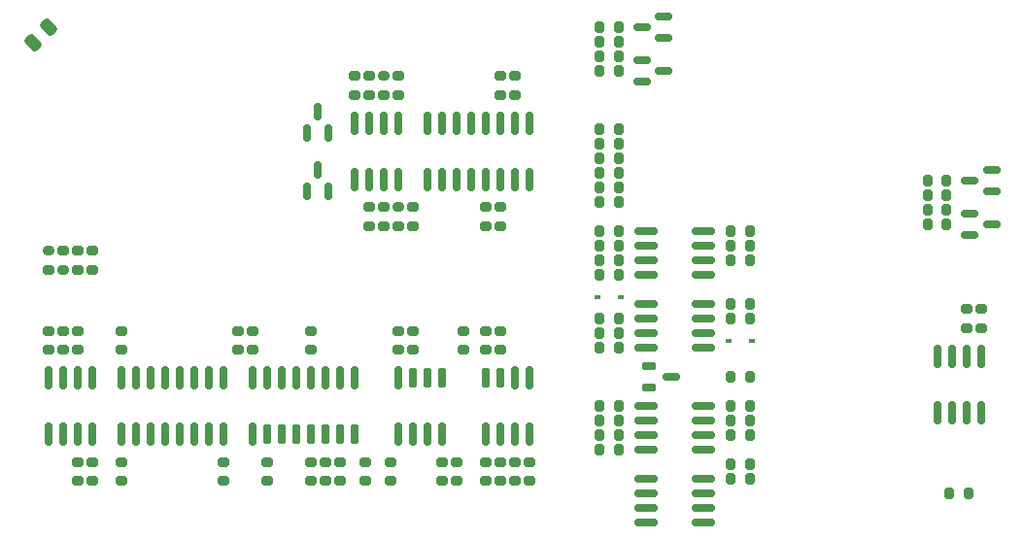
<source format=gbr>
%TF.GenerationSoftware,KiCad,Pcbnew,(6.0.0)*%
%TF.CreationDate,2022-04-27T01:02:19+05:30*%
%TF.ProjectId,Multislope 3I,4d756c74-6973-46c6-9f70-652033492e6b,rev?*%
%TF.SameCoordinates,Original*%
%TF.FileFunction,Paste,Top*%
%TF.FilePolarity,Positive*%
%FSLAX46Y46*%
G04 Gerber Fmt 4.6, Leading zero omitted, Abs format (unit mm)*
G04 Created by KiCad (PCBNEW (6.0.0)) date 2022-04-27 01:02:19*
%MOMM*%
%LPD*%
G01*
G04 APERTURE LIST*
G04 Aperture macros list*
%AMRoundRect*
0 Rectangle with rounded corners*
0 $1 Rounding radius*
0 $2 $3 $4 $5 $6 $7 $8 $9 X,Y pos of 4 corners*
0 Add a 4 corners polygon primitive as box body*
4,1,4,$2,$3,$4,$5,$6,$7,$8,$9,$2,$3,0*
0 Add four circle primitives for the rounded corners*
1,1,$1+$1,$2,$3*
1,1,$1+$1,$4,$5*
1,1,$1+$1,$6,$7*
1,1,$1+$1,$8,$9*
0 Add four rect primitives between the rounded corners*
20,1,$1+$1,$2,$3,$4,$5,0*
20,1,$1+$1,$4,$5,$6,$7,0*
20,1,$1+$1,$6,$7,$8,$9,0*
20,1,$1+$1,$8,$9,$2,$3,0*%
G04 Aperture macros list end*
%ADD10RoundRect,0.200000X0.200000X0.275000X-0.200000X0.275000X-0.200000X-0.275000X0.200000X-0.275000X0*%
%ADD11RoundRect,0.200000X0.275000X0.200000X-0.275000X0.200000X-0.275000X-0.200000X0.275000X-0.200000X0*%
%ADD12RoundRect,0.251969X0.223031X0.148031X-0.223031X0.148031X-0.223031X-0.148031X0.223031X-0.148031X0*%
%ADD13RoundRect,0.200000X-0.200000X-0.275000X0.200000X-0.275000X0.200000X0.275000X-0.200000X0.275000X0*%
%ADD14RoundRect,0.150000X0.150000X-0.825000X0.150000X0.825000X-0.150000X0.825000X-0.150000X-0.825000X0*%
%ADD15RoundRect,0.200000X0.275000X-0.200000X0.275000X0.200000X-0.275000X0.200000X-0.275000X-0.200000X0*%
%ADD16RoundRect,0.200000X-0.275000X0.200000X-0.275000X-0.200000X0.275000X-0.200000X0.275000X0.200000X0*%
%ADD17RoundRect,0.150000X0.587500X0.150000X-0.587500X0.150000X-0.587500X-0.150000X0.587500X-0.150000X0*%
%ADD18RoundRect,0.200000X-0.275000X-0.200000X0.275000X-0.200000X0.275000X0.200000X-0.275000X0.200000X0*%
%ADD19RoundRect,0.251969X-0.223031X-0.148031X0.223031X-0.148031X0.223031X0.148031X-0.223031X0.148031X0*%
%ADD20RoundRect,0.150000X0.150000X-0.725000X0.150000X0.725000X-0.150000X0.725000X-0.150000X-0.725000X0*%
%ADD21R,0.600000X0.450000*%
%ADD22RoundRect,0.150000X-0.150000X0.825000X-0.150000X-0.825000X0.150000X-0.825000X0.150000X0.825000X0*%
%ADD23RoundRect,0.150000X-0.150000X0.725000X-0.150000X-0.725000X0.150000X-0.725000X0.150000X0.725000X0*%
%ADD24RoundRect,0.250000X-0.159099X0.512652X-0.512652X0.159099X0.159099X-0.512652X0.512652X-0.159099X0*%
%ADD25RoundRect,0.150000X0.150000X-0.587500X0.150000X0.587500X-0.150000X0.587500X-0.150000X-0.587500X0*%
%ADD26RoundRect,0.150000X-0.587500X-0.150000X0.587500X-0.150000X0.587500X0.150000X-0.587500X0.150000X0*%
%ADD27RoundRect,0.150000X-0.825000X-0.150000X0.825000X-0.150000X0.825000X0.150000X-0.825000X0.150000X0*%
%ADD28RoundRect,0.150000X-0.475000X-0.150000X0.475000X-0.150000X0.475000X0.150000X-0.475000X0.150000X0*%
G04 APERTURE END LIST*
D10*
%TO.C,C26*%
X178625000Y-118745000D03*
X176975000Y-118745000D03*
%TD*%
D11*
%TO.C,R7*%
X99695000Y-97600000D03*
D12*
X99695000Y-99250000D03*
%TD*%
D10*
%TO.C,R47*%
X159575000Y-113665000D03*
X157925000Y-113665000D03*
%TD*%
D13*
%TO.C,R29*%
X146495000Y-93345000D03*
X148145000Y-93345000D03*
%TD*%
D14*
%TO.C,RN1*%
X104775000Y-113600000D03*
X106045000Y-113600000D03*
X107315000Y-113600000D03*
X108585000Y-113600000D03*
X109855000Y-113600000D03*
X111125000Y-113600000D03*
X112395000Y-113600000D03*
X113665000Y-113600000D03*
X113665000Y-108650000D03*
X112395000Y-108650000D03*
X111125000Y-108650000D03*
X109855000Y-108650000D03*
X108585000Y-108650000D03*
X107315000Y-108650000D03*
X106045000Y-108650000D03*
X104775000Y-108650000D03*
%TD*%
D15*
%TO.C,C5*%
X139065000Y-117665000D03*
X139065000Y-116015000D03*
%TD*%
D13*
%TO.C,R38*%
X146495000Y-104775000D03*
X148145000Y-104775000D03*
%TD*%
D16*
%TO.C,R21*%
X126365000Y-82360000D03*
X126365000Y-84010000D03*
%TD*%
D10*
%TO.C,C21*%
X148145000Y-114935000D03*
X146495000Y-114935000D03*
%TD*%
%TO.C,R43*%
X148145000Y-81915000D03*
X146495000Y-81915000D03*
%TD*%
D16*
%TO.C,R24*%
X127635000Y-93790000D03*
X127635000Y-95440000D03*
%TD*%
D13*
%TO.C,C27*%
X175070000Y-91440000D03*
X176720000Y-91440000D03*
%TD*%
D16*
%TO.C,C1*%
X98425000Y-104585000D03*
X98425000Y-106235000D03*
%TD*%
D10*
%TO.C,R50*%
X176720000Y-92710000D03*
X175070000Y-92710000D03*
%TD*%
D13*
%TO.C,R42*%
X146495000Y-80645000D03*
X148145000Y-80645000D03*
%TD*%
D15*
%TO.C,R22*%
X125095000Y-84010000D03*
X125095000Y-82360000D03*
%TD*%
D17*
%TO.C,Q1*%
X152067500Y-79055000D03*
X152067500Y-77155000D03*
X150192500Y-78105000D03*
%TD*%
D13*
%TO.C,R34*%
X146495000Y-95885000D03*
X148145000Y-95885000D03*
%TD*%
D16*
%TO.C,R4*%
X113665000Y-116015000D03*
X113665000Y-117665000D03*
%TD*%
D13*
%TO.C,R44*%
X146495000Y-112395000D03*
X148145000Y-112395000D03*
%TD*%
D16*
%TO.C,R12*%
X140335000Y-116015000D03*
X140335000Y-117665000D03*
%TD*%
%TO.C,FB4*%
X117475000Y-116015000D03*
X117475000Y-117665000D03*
%TD*%
%TO.C,R16*%
X126047500Y-116015000D03*
X126047500Y-117665000D03*
%TD*%
%TO.C,C17*%
X130175000Y-93790000D03*
X130175000Y-95440000D03*
%TD*%
%TO.C,R17*%
X137795000Y-116015000D03*
X137795000Y-117665000D03*
%TD*%
D10*
%TO.C,R41*%
X148145000Y-79375000D03*
X146495000Y-79375000D03*
%TD*%
D15*
%TO.C,R2*%
X99695000Y-106235000D03*
X99695000Y-104585000D03*
%TD*%
D10*
%TO.C,C14*%
X159575000Y-95885000D03*
X157925000Y-95885000D03*
%TD*%
D15*
%TO.C,C12*%
X137795000Y-84010000D03*
X137795000Y-82360000D03*
%TD*%
D18*
%TO.C,R20*%
X128905000Y-95440000D03*
D19*
X128905000Y-93790000D03*
%TD*%
D15*
%TO.C,C11*%
X136525000Y-95440000D03*
X136525000Y-93790000D03*
%TD*%
D14*
%TO.C,U3*%
X116205000Y-113600000D03*
D20*
X117475000Y-113600000D03*
X118745000Y-113600000D03*
X120015000Y-113600000D03*
X121285000Y-113600000D03*
X122555000Y-113600000D03*
X123825000Y-113600000D03*
X125095000Y-113600000D03*
D14*
X125095000Y-108650000D03*
X123825000Y-108650000D03*
X122555000Y-108650000D03*
X121285000Y-108650000D03*
X120015000Y-108650000D03*
X118745000Y-108650000D03*
X117475000Y-108650000D03*
X116205000Y-108650000D03*
%TD*%
D16*
%TO.C,R8*%
X100965000Y-104585000D03*
X100965000Y-106235000D03*
%TD*%
%TO.C,C4*%
X102235000Y-116015000D03*
X102235000Y-117665000D03*
%TD*%
%TO.C,C7*%
X130175000Y-104585000D03*
X130175000Y-106235000D03*
%TD*%
%TO.C,R26*%
X139065000Y-82360000D03*
X139065000Y-84010000D03*
%TD*%
D13*
%TO.C,R28*%
X146495000Y-92075000D03*
X148145000Y-92075000D03*
%TD*%
%TO.C,R31*%
X146495000Y-89535000D03*
X148145000Y-89535000D03*
%TD*%
%TO.C,R30*%
X146495000Y-86995000D03*
X148145000Y-86995000D03*
%TD*%
D15*
%TO.C,R5*%
X100965000Y-99250000D03*
X100965000Y-97600000D03*
%TD*%
D21*
%TO.C,D2*%
X157700000Y-105410000D03*
X159800000Y-105410000D03*
%TD*%
D16*
%TO.C,FB2*%
X121285000Y-116015000D03*
X121285000Y-117665000D03*
%TD*%
D22*
%TO.C,U4*%
X140335000Y-108650000D03*
X139065000Y-108650000D03*
D23*
X137795000Y-108650000D03*
X136525000Y-108650000D03*
D22*
X136525000Y-113600000D03*
X137795000Y-113600000D03*
X139065000Y-113600000D03*
X140335000Y-113600000D03*
%TD*%
D16*
%TO.C,C25*%
X179705000Y-102680000D03*
X179705000Y-104330000D03*
%TD*%
D24*
%TO.C,C24*%
X98461751Y-78068249D03*
X97118249Y-79411751D03*
%TD*%
D16*
%TO.C,C8*%
X132715000Y-116015000D03*
X132715000Y-117665000D03*
%TD*%
D13*
%TO.C,C22*%
X146495000Y-78105000D03*
X148145000Y-78105000D03*
%TD*%
D15*
%TO.C,C6*%
X136525000Y-106235000D03*
X136525000Y-104585000D03*
%TD*%
D10*
%TO.C,C20*%
X159575000Y-112395000D03*
X157925000Y-112395000D03*
%TD*%
D13*
%TO.C,R36*%
X146495000Y-103505000D03*
X148145000Y-103505000D03*
%TD*%
D16*
%TO.C,R13*%
X137795000Y-104585000D03*
X137795000Y-106235000D03*
%TD*%
D13*
%TO.C,R9*%
X157925000Y-97155000D03*
X159575000Y-97155000D03*
%TD*%
D17*
%TO.C,Q2*%
X180642500Y-92390000D03*
X180642500Y-90490000D03*
X178767500Y-91440000D03*
%TD*%
D25*
%TO.C,U7*%
X120970000Y-87297500D03*
X122870000Y-87297500D03*
X121920000Y-85422500D03*
%TD*%
D14*
%TO.C,U6*%
X125095000Y-91375000D03*
X126365000Y-91375000D03*
X127635000Y-91375000D03*
X128905000Y-91375000D03*
X128905000Y-86425000D03*
X127635000Y-86425000D03*
X126365000Y-86425000D03*
X125095000Y-86425000D03*
%TD*%
D16*
%TO.C,C13*%
X116205000Y-104585000D03*
X116205000Y-106235000D03*
%TD*%
D15*
%TO.C,R49*%
X178435000Y-104330000D03*
X178435000Y-102680000D03*
%TD*%
D13*
%TO.C,R37*%
X157925000Y-102235000D03*
X159575000Y-102235000D03*
%TD*%
D22*
%TO.C,U9*%
X140335000Y-86425000D03*
X139065000Y-86425000D03*
X137795000Y-86425000D03*
X136525000Y-86425000D03*
X135255000Y-86425000D03*
X133985000Y-86425000D03*
X132715000Y-86425000D03*
X131445000Y-86425000D03*
X131445000Y-91375000D03*
X132715000Y-91375000D03*
X133985000Y-91375000D03*
X135255000Y-91375000D03*
X136525000Y-91375000D03*
X137795000Y-91375000D03*
X139065000Y-91375000D03*
X140335000Y-91375000D03*
%TD*%
D26*
%TO.C,U19*%
X178767500Y-94300000D03*
X178767500Y-96200000D03*
X180642500Y-95250000D03*
%TD*%
D13*
%TO.C,R40*%
X146495000Y-113665000D03*
X148145000Y-113665000D03*
%TD*%
%TO.C,R39*%
X157925000Y-111125000D03*
X159575000Y-111125000D03*
%TD*%
%TO.C,R32*%
X146495000Y-88265000D03*
X148145000Y-88265000D03*
%TD*%
%TO.C,R45*%
X146495000Y-111125000D03*
X148145000Y-111125000D03*
%TD*%
D27*
%TO.C,U15*%
X150560000Y-117475000D03*
X150560000Y-118745000D03*
X150560000Y-120015000D03*
X150560000Y-121285000D03*
X155510000Y-121285000D03*
X155510000Y-120015000D03*
X155510000Y-118745000D03*
X155510000Y-117475000D03*
%TD*%
D15*
%TO.C,C2*%
X102235000Y-99250000D03*
X102235000Y-97600000D03*
%TD*%
%TO.C,R18*%
X136525000Y-117665000D03*
X136525000Y-116015000D03*
%TD*%
%TO.C,R15*%
X133985000Y-117665000D03*
X133985000Y-116015000D03*
%TD*%
D27*
%TO.C,U10*%
X150560000Y-95885000D03*
X150560000Y-97155000D03*
X150560000Y-98425000D03*
X150560000Y-99695000D03*
X155510000Y-99695000D03*
X155510000Y-98425000D03*
X155510000Y-97155000D03*
X155510000Y-95885000D03*
%TD*%
D15*
%TO.C,R11*%
X100965000Y-117665000D03*
X100965000Y-116015000D03*
%TD*%
D14*
%TO.C,U5*%
X128905000Y-113600000D03*
X130175000Y-113600000D03*
X131445000Y-113600000D03*
X132715000Y-113600000D03*
D20*
X132715000Y-108650000D03*
X131445000Y-108650000D03*
X130175000Y-108650000D03*
D14*
X128905000Y-108650000D03*
%TD*%
D16*
%TO.C,C16*%
X128905000Y-82360000D03*
X128905000Y-84010000D03*
%TD*%
D13*
%TO.C,R10*%
X146495000Y-98425000D03*
X148145000Y-98425000D03*
%TD*%
D14*
%TO.C,U1*%
X98425000Y-113600000D03*
X99695000Y-113600000D03*
X100965000Y-113600000D03*
X102235000Y-113600000D03*
X102235000Y-108650000D03*
X100965000Y-108650000D03*
X99695000Y-108650000D03*
X98425000Y-108650000D03*
%TD*%
D10*
%TO.C,C15*%
X148145000Y-99695000D03*
X146495000Y-99695000D03*
%TD*%
D16*
%TO.C,FB1*%
X123825000Y-116015000D03*
X123825000Y-117665000D03*
%TD*%
D13*
%TO.C,R48*%
X157925000Y-116205000D03*
X159575000Y-116205000D03*
%TD*%
D27*
%TO.C,U11*%
X150560000Y-102235000D03*
X150560000Y-103505000D03*
X150560000Y-104775000D03*
X150560000Y-106045000D03*
X155510000Y-106045000D03*
X155510000Y-104775000D03*
X155510000Y-103505000D03*
X155510000Y-102235000D03*
%TD*%
D16*
%TO.C,R25*%
X137795000Y-93790000D03*
X137795000Y-95440000D03*
%TD*%
D15*
%TO.C,FB3*%
X128270000Y-117665000D03*
X128270000Y-116015000D03*
%TD*%
D22*
%TO.C,U18*%
X179705000Y-106745000D03*
X178435000Y-106745000D03*
X177165000Y-106745000D03*
X175895000Y-106745000D03*
X175895000Y-111695000D03*
X177165000Y-111695000D03*
X178435000Y-111695000D03*
X179705000Y-111695000D03*
%TD*%
D15*
%TO.C,R1*%
X104775000Y-106235000D03*
X104775000Y-104585000D03*
%TD*%
D13*
%TO.C,R27*%
X146495000Y-90805000D03*
X148145000Y-90805000D03*
%TD*%
%TO.C,R35*%
X157925000Y-98425000D03*
X159575000Y-98425000D03*
%TD*%
D26*
%TO.C,U13*%
X150192500Y-80965000D03*
X150192500Y-82865000D03*
X152067500Y-81915000D03*
%TD*%
D15*
%TO.C,FB5*%
X121285000Y-106235000D03*
X121285000Y-104585000D03*
%TD*%
D10*
%TO.C,R52*%
X176720000Y-95250000D03*
X175070000Y-95250000D03*
%TD*%
D15*
%TO.C,R14*%
X128905000Y-106235000D03*
X128905000Y-104585000D03*
%TD*%
%TO.C,C10*%
X134620000Y-106235000D03*
X134620000Y-104585000D03*
%TD*%
D13*
%TO.C,R33*%
X146495000Y-97155000D03*
X148145000Y-97155000D03*
%TD*%
D15*
%TO.C,R23*%
X126365000Y-95440000D03*
X126365000Y-93790000D03*
%TD*%
D25*
%TO.C,U8*%
X120970000Y-92377500D03*
X122870000Y-92377500D03*
X121920000Y-90502500D03*
%TD*%
D27*
%TO.C,U12*%
X150560000Y-111125000D03*
X150560000Y-112395000D03*
X150560000Y-113665000D03*
X150560000Y-114935000D03*
X155510000Y-114935000D03*
X155510000Y-113665000D03*
X155510000Y-112395000D03*
X155510000Y-111125000D03*
%TD*%
D15*
%TO.C,R3*%
X114935000Y-106235000D03*
X114935000Y-104585000D03*
%TD*%
D21*
%TO.C,D1*%
X146270000Y-101600000D03*
X148370000Y-101600000D03*
%TD*%
D28*
%TO.C,U14*%
X150827500Y-107635000D03*
X150827500Y-109535000D03*
D26*
X152702500Y-108585000D03*
%TD*%
D13*
%TO.C,R51*%
X175070000Y-93980000D03*
X176720000Y-93980000D03*
%TD*%
D18*
%TO.C,R6*%
X98425000Y-99250000D03*
D19*
X98425000Y-97600000D03*
%TD*%
D16*
%TO.C,C9*%
X122555000Y-116015000D03*
X122555000Y-117665000D03*
%TD*%
D13*
%TO.C,R46*%
X157925000Y-108585000D03*
X159575000Y-108585000D03*
%TD*%
D10*
%TO.C,C19*%
X148145000Y-106045000D03*
X146495000Y-106045000D03*
%TD*%
%TO.C,C23*%
X159575000Y-117475000D03*
X157925000Y-117475000D03*
%TD*%
D18*
%TO.C,R19*%
X127635000Y-84010000D03*
D19*
X127635000Y-82360000D03*
%TD*%
D10*
%TO.C,C18*%
X159575000Y-103505000D03*
X157925000Y-103505000D03*
%TD*%
D16*
%TO.C,C3*%
X104775000Y-116015000D03*
X104775000Y-117665000D03*
%TD*%
M02*

</source>
